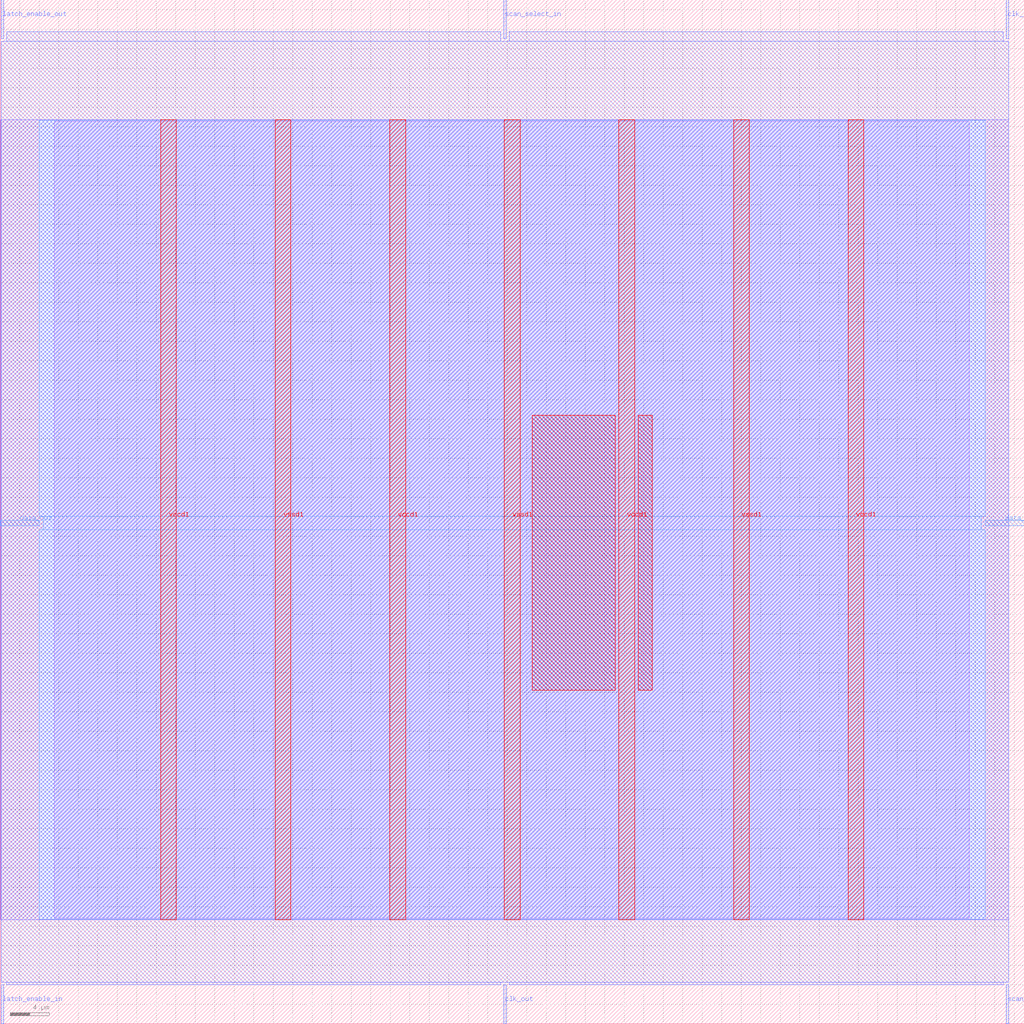
<source format=lef>
VERSION 5.7 ;
  NOWIREEXTENSIONATPIN ON ;
  DIVIDERCHAR "/" ;
  BUSBITCHARS "[]" ;
MACRO scan_wrapper_340979268609638995
  CLASS BLOCK ;
  FOREIGN scan_wrapper_340979268609638995 ;
  ORIGIN 0.000 0.000 ;
  SIZE 105.000 BY 105.000 ;
  PIN clk_in
    DIRECTION INPUT ;
    USE SIGNAL ;
    PORT
      LAYER met2 ;
        RECT 103.130 101.000 103.410 105.000 ;
    END
  END clk_in
  PIN clk_out
    DIRECTION OUTPUT TRISTATE ;
    USE SIGNAL ;
    PORT
      LAYER met2 ;
        RECT 51.610 0.000 51.890 4.000 ;
    END
  END clk_out
  PIN data_in
    DIRECTION INPUT ;
    USE SIGNAL ;
    PORT
      LAYER met3 ;
        RECT 101.000 51.040 105.000 51.640 ;
    END
  END data_in
  PIN data_out
    DIRECTION OUTPUT TRISTATE ;
    USE SIGNAL ;
    PORT
      LAYER met3 ;
        RECT 0.000 51.040 4.000 51.640 ;
    END
  END data_out
  PIN latch_enable_in
    DIRECTION INPUT ;
    USE SIGNAL ;
    PORT
      LAYER met2 ;
        RECT 0.090 0.000 0.370 4.000 ;
    END
  END latch_enable_in
  PIN latch_enable_out
    DIRECTION OUTPUT TRISTATE ;
    USE SIGNAL ;
    PORT
      LAYER met2 ;
        RECT 0.090 101.000 0.370 105.000 ;
    END
  END latch_enable_out
  PIN scan_select_in
    DIRECTION INPUT ;
    USE SIGNAL ;
    PORT
      LAYER met2 ;
        RECT 51.610 101.000 51.890 105.000 ;
    END
  END scan_select_in
  PIN scan_select_out
    DIRECTION OUTPUT TRISTATE ;
    USE SIGNAL ;
    PORT
      LAYER met2 ;
        RECT 103.130 0.000 103.410 4.000 ;
    END
  END scan_select_out
  PIN vccd1
    DIRECTION INOUT ;
    USE POWER ;
    PORT
      LAYER met4 ;
        RECT 16.465 10.640 18.065 92.720 ;
    END
    PORT
      LAYER met4 ;
        RECT 39.955 10.640 41.555 92.720 ;
    END
    PORT
      LAYER met4 ;
        RECT 63.445 10.640 65.045 92.720 ;
    END
    PORT
      LAYER met4 ;
        RECT 86.935 10.640 88.535 92.720 ;
    END
  END vccd1
  PIN vssd1
    DIRECTION INOUT ;
    USE GROUND ;
    PORT
      LAYER met4 ;
        RECT 28.210 10.640 29.810 92.720 ;
    END
    PORT
      LAYER met4 ;
        RECT 51.700 10.640 53.300 92.720 ;
    END
    PORT
      LAYER met4 ;
        RECT 75.190 10.640 76.790 92.720 ;
    END
  END vssd1
  OBS
      LAYER li1 ;
        RECT 5.520 10.795 99.360 92.565 ;
      LAYER met1 ;
        RECT 0.070 10.640 103.430 92.720 ;
      LAYER met2 ;
        RECT 0.650 100.720 51.330 101.730 ;
        RECT 52.170 100.720 102.850 101.730 ;
        RECT 0.100 4.280 103.400 100.720 ;
        RECT 0.650 4.000 51.330 4.280 ;
        RECT 52.170 4.000 102.850 4.280 ;
      LAYER met3 ;
        RECT 4.000 52.040 101.000 92.645 ;
        RECT 4.400 50.640 100.600 52.040 ;
        RECT 4.000 10.715 101.000 50.640 ;
      LAYER met4 ;
        RECT 54.575 34.175 63.045 62.385 ;
        RECT 65.445 34.175 66.865 62.385 ;
  END
END scan_wrapper_340979268609638995
END LIBRARY


</source>
